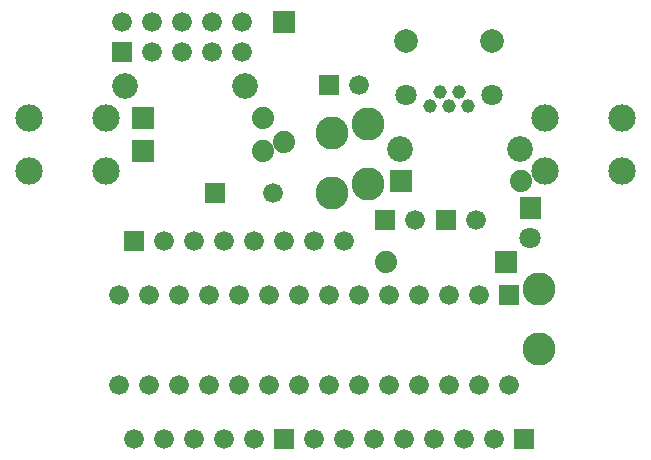
<source format=gbr>
G04 start of page 7 for group -4062 idx -4062 *
G04 Title: (unknown), soldermask *
G04 Creator: pcb 20110918 *
G04 CreationDate: mer. 09 avril 2014 15:18:50 GMT UTC *
G04 For: virtualabs *
G04 Format: Gerber/RS-274X *
G04 PCB-Dimensions: 600000 500000 *
G04 PCB-Coordinate-Origin: lower left *
%MOIN*%
%FSLAX25Y25*%
%LNBOTTOMMASK*%
%ADD88C,0.0709*%
%ADD87C,0.0453*%
%ADD86C,0.0710*%
%ADD85C,0.1100*%
%ADD84C,0.0787*%
%ADD83C,0.0740*%
%ADD82C,0.0860*%
%ADD81C,0.0912*%
%ADD80C,0.0001*%
%ADD79C,0.0660*%
G54D79*X186000Y355000D03*
Y325000D03*
X176000Y355000D03*
Y325000D03*
X166000Y355000D03*
Y325000D03*
X196000D03*
X206000D03*
X216000D03*
G54D80*G36*
X167700Y376300D02*Y369700D01*
X174300D01*
Y376300D01*
X167700D01*
G37*
G54D79*X181000Y373000D03*
X191000D03*
X201000D03*
X211000D03*
X221000D03*
X231000D03*
X241000D03*
G54D80*G36*
X194700Y392300D02*Y385700D01*
X201300D01*
Y392300D01*
X194700D01*
G37*
G54D79*X217200Y389000D03*
G54D80*G36*
X251200Y383300D02*Y376700D01*
X257800D01*
Y383300D01*
X251200D01*
G37*
G54D79*X264500Y380000D03*
G54D81*X136000Y414000D03*
G54D79*X187000Y436000D03*
Y446000D03*
G54D81*X161591Y414000D03*
G54D80*G36*
X170300Y417700D02*Y410300D01*
X177700D01*
Y417700D01*
X170300D01*
G37*
G54D82*X167985Y424750D03*
G54D80*G36*
X170300Y406700D02*Y399300D01*
X177700D01*
Y406700D01*
X170300D01*
G37*
G36*
X163700Y439300D02*Y432700D01*
X170300D01*
Y439300D01*
X163700D01*
G37*
G54D79*X167000Y446000D03*
X177000Y436000D03*
Y446000D03*
X197000Y436000D03*
Y446000D03*
X207000D03*
G54D80*G36*
X217300Y449700D02*Y442300D01*
X224700D01*
Y449700D01*
X217300D01*
G37*
G54D79*X207000Y436000D03*
G54D80*G36*
X232700Y428300D02*Y421700D01*
X239300D01*
Y428300D01*
X232700D01*
G37*
G54D79*X246000Y425000D03*
G54D83*X221000Y406000D03*
X214000Y414000D03*
G54D82*X207985Y424750D03*
G54D83*X214000Y403000D03*
G54D84*X261630Y439850D03*
G54D82*X259515Y403750D03*
G54D84*X290370Y439850D03*
G54D85*X237000Y409000D03*
Y389000D03*
X249000Y392000D03*
Y412000D03*
G54D80*G36*
X256300Y396700D02*Y389300D01*
X263700D01*
Y396700D01*
X256300D01*
G37*
G54D81*X161591Y396283D03*
X136000D03*
G54D85*X306000Y357000D03*
Y337000D03*
G54D80*G36*
X292700Y358300D02*Y351700D01*
X299300D01*
Y358300D01*
X292700D01*
G37*
G54D79*X286000Y355000D03*
X285000Y380000D03*
X276000Y355000D03*
G54D80*G36*
X271700Y383300D02*Y376700D01*
X278300D01*
Y383300D01*
X271700D01*
G37*
G54D79*X266000Y355000D03*
G54D80*G36*
X291300Y369700D02*Y362300D01*
X298700D01*
Y369700D01*
X291300D01*
G37*
G54D86*X303000Y374000D03*
G54D83*X255000Y366000D03*
G54D79*X256000Y355000D03*
X246000D03*
X236000D03*
X226000D03*
X216000D03*
X206000D03*
X196000D03*
X226000Y325000D03*
X236000D03*
X246000D03*
X256000D03*
X266000D03*
X276000D03*
X286000D03*
X296000D03*
G54D80*G36*
X297700Y310300D02*Y303700D01*
X304300D01*
Y310300D01*
X297700D01*
G37*
G54D79*X291000Y307000D03*
X281000D03*
X271000D03*
X261000D03*
X251000D03*
X241000D03*
X231000D03*
G54D80*G36*
X217700Y310300D02*Y303700D01*
X224300D01*
Y310300D01*
X217700D01*
G37*
G54D79*X211000Y307000D03*
X201000D03*
X191000D03*
X181000D03*
X171000D03*
G54D83*X300000Y393000D03*
G54D81*X308000Y396283D03*
G54D82*X299515Y403750D03*
G54D80*G36*
X299450Y387550D02*Y380450D01*
X306550D01*
Y387550D01*
X299450D01*
G37*
G54D81*X308000Y414000D03*
X333591D03*
Y396283D03*
G54D87*X282299Y418000D03*
X279150Y422724D03*
X276000Y418000D03*
X272850Y422724D03*
X269701Y418000D03*
G54D88*X261630Y421543D03*
X290370D03*
M02*

</source>
